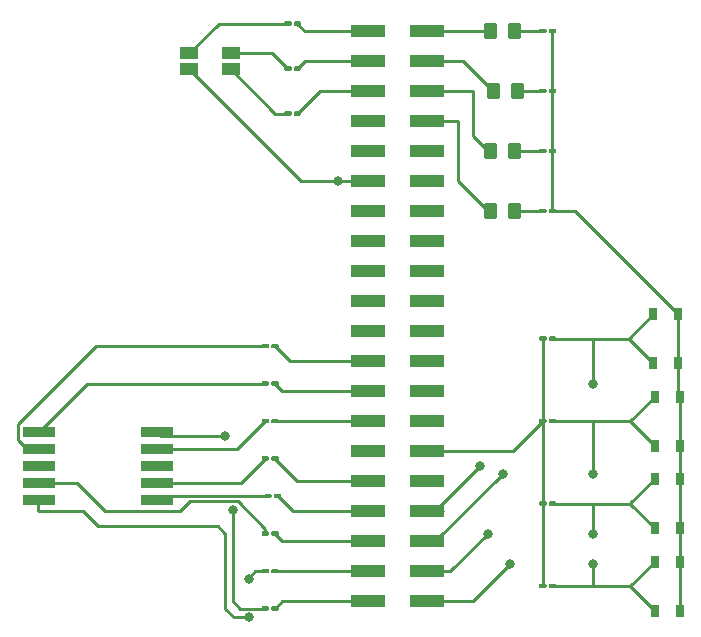
<source format=gbr>
%TF.GenerationSoftware,KiCad,Pcbnew,(5.1.9)-1*%
%TF.CreationDate,2021-01-13T23:08:58-08:00*%
%TF.ProjectId,lab-1,6c61622d-312e-46b6-9963-61645f706362,rev?*%
%TF.SameCoordinates,Original*%
%TF.FileFunction,Copper,L1,Top*%
%TF.FilePolarity,Positive*%
%FSLAX46Y46*%
G04 Gerber Fmt 4.6, Leading zero omitted, Abs format (unit mm)*
G04 Created by KiCad (PCBNEW (5.1.9)-1) date 2021-01-13 23:08:58*
%MOMM*%
%LPD*%
G01*
G04 APERTURE LIST*
%TA.AperFunction,SMDPad,CuDef*%
%ADD10R,1.500000X1.000000*%
%TD*%
%TA.AperFunction,SMDPad,CuDef*%
%ADD11R,3.000000X1.000000*%
%TD*%
%TA.AperFunction,SMDPad,CuDef*%
%ADD12R,0.650000X1.050000*%
%TD*%
%TA.AperFunction,SMDPad,CuDef*%
%ADD13R,2.800000X0.900000*%
%TD*%
%TA.AperFunction,ViaPad*%
%ADD14C,0.800000*%
%TD*%
%TA.AperFunction,Conductor*%
%ADD15C,0.250000*%
%TD*%
G04 APERTURE END LIST*
%TO.P,D1,2*%
%TO.N,Net-(D1-Pad2)*%
%TA.AperFunction,SMDPad,CuDef*%
G36*
G01*
X117660000Y-78289999D02*
X117660000Y-79190001D01*
G75*
G02*
X117410001Y-79440000I-249999J0D01*
G01*
X116759999Y-79440000D01*
G75*
G02*
X116510000Y-79190001I0J249999D01*
G01*
X116510000Y-78289999D01*
G75*
G02*
X116759999Y-78040000I249999J0D01*
G01*
X117410001Y-78040000D01*
G75*
G02*
X117660000Y-78289999I0J-249999D01*
G01*
G37*
%TD.AperFunction*%
%TO.P,D1,1*%
%TO.N,Net-(D1-Pad1)*%
%TA.AperFunction,SMDPad,CuDef*%
G36*
G01*
X119710000Y-78289999D02*
X119710000Y-79190001D01*
G75*
G02*
X119460001Y-79440000I-249999J0D01*
G01*
X118809999Y-79440000D01*
G75*
G02*
X118560000Y-79190001I0J249999D01*
G01*
X118560000Y-78289999D01*
G75*
G02*
X118809999Y-78040000I249999J0D01*
G01*
X119460001Y-78040000D01*
G75*
G02*
X119710000Y-78289999I0J-249999D01*
G01*
G37*
%TD.AperFunction*%
%TD*%
%TO.P,D2,1*%
%TO.N,Net-(D2-Pad1)*%
%TA.AperFunction,SMDPad,CuDef*%
G36*
G01*
X119955000Y-83369999D02*
X119955000Y-84270001D01*
G75*
G02*
X119705001Y-84520000I-249999J0D01*
G01*
X119054999Y-84520000D01*
G75*
G02*
X118805000Y-84270001I0J249999D01*
G01*
X118805000Y-83369999D01*
G75*
G02*
X119054999Y-83120000I249999J0D01*
G01*
X119705001Y-83120000D01*
G75*
G02*
X119955000Y-83369999I0J-249999D01*
G01*
G37*
%TD.AperFunction*%
%TO.P,D2,2*%
%TO.N,Net-(D2-Pad2)*%
%TA.AperFunction,SMDPad,CuDef*%
G36*
G01*
X117905000Y-83369999D02*
X117905000Y-84270001D01*
G75*
G02*
X117655001Y-84520000I-249999J0D01*
G01*
X117004999Y-84520000D01*
G75*
G02*
X116755000Y-84270001I0J249999D01*
G01*
X116755000Y-83369999D01*
G75*
G02*
X117004999Y-83120000I249999J0D01*
G01*
X117655001Y-83120000D01*
G75*
G02*
X117905000Y-83369999I0J-249999D01*
G01*
G37*
%TD.AperFunction*%
%TD*%
%TO.P,D3,2*%
%TO.N,Net-(D3-Pad2)*%
%TA.AperFunction,SMDPad,CuDef*%
G36*
G01*
X117660000Y-88449999D02*
X117660000Y-89350001D01*
G75*
G02*
X117410001Y-89600000I-249999J0D01*
G01*
X116759999Y-89600000D01*
G75*
G02*
X116510000Y-89350001I0J249999D01*
G01*
X116510000Y-88449999D01*
G75*
G02*
X116759999Y-88200000I249999J0D01*
G01*
X117410001Y-88200000D01*
G75*
G02*
X117660000Y-88449999I0J-249999D01*
G01*
G37*
%TD.AperFunction*%
%TO.P,D3,1*%
%TO.N,Net-(D3-Pad1)*%
%TA.AperFunction,SMDPad,CuDef*%
G36*
G01*
X119710000Y-88449999D02*
X119710000Y-89350001D01*
G75*
G02*
X119460001Y-89600000I-249999J0D01*
G01*
X118809999Y-89600000D01*
G75*
G02*
X118560000Y-89350001I0J249999D01*
G01*
X118560000Y-88449999D01*
G75*
G02*
X118809999Y-88200000I249999J0D01*
G01*
X119460001Y-88200000D01*
G75*
G02*
X119710000Y-88449999I0J-249999D01*
G01*
G37*
%TD.AperFunction*%
%TD*%
%TO.P,D4,1*%
%TO.N,Net-(D4-Pad1)*%
%TA.AperFunction,SMDPad,CuDef*%
G36*
G01*
X119710000Y-93529999D02*
X119710000Y-94430001D01*
G75*
G02*
X119460001Y-94680000I-249999J0D01*
G01*
X118809999Y-94680000D01*
G75*
G02*
X118560000Y-94430001I0J249999D01*
G01*
X118560000Y-93529999D01*
G75*
G02*
X118809999Y-93280000I249999J0D01*
G01*
X119460001Y-93280000D01*
G75*
G02*
X119710000Y-93529999I0J-249999D01*
G01*
G37*
%TD.AperFunction*%
%TO.P,D4,2*%
%TO.N,Net-(D4-Pad2)*%
%TA.AperFunction,SMDPad,CuDef*%
G36*
G01*
X117660000Y-93529999D02*
X117660000Y-94430001D01*
G75*
G02*
X117410001Y-94680000I-249999J0D01*
G01*
X116759999Y-94680000D01*
G75*
G02*
X116510000Y-94430001I0J249999D01*
G01*
X116510000Y-93529999D01*
G75*
G02*
X116759999Y-93280000I249999J0D01*
G01*
X117410001Y-93280000D01*
G75*
G02*
X117660000Y-93529999I0J-249999D01*
G01*
G37*
%TD.AperFunction*%
%TD*%
D10*
%TO.P,D5,1*%
%TO.N,Net-(D5-Pad1)*%
X95095000Y-81980000D03*
%TO.P,D5,2*%
%TO.N,Net-(D5-Pad2)*%
X95095000Y-80580000D03*
%TO.P,D5,4*%
%TO.N,GND*%
X91595000Y-81980000D03*
%TO.P,D5,3*%
%TO.N,Net-(D5-Pad3)*%
X91595000Y-80580000D03*
%TD*%
D11*
%TO.P,J1,1*%
%TO.N,Net-(D1-Pad2)*%
X111740000Y-78740000D03*
%TO.P,J1,2*%
%TO.N,Net-(J1-Pad2)*%
X106700000Y-78740000D03*
%TO.P,J1,3*%
%TO.N,Net-(D2-Pad2)*%
X111740000Y-81280000D03*
%TO.P,J1,4*%
%TO.N,Net-(J1-Pad4)*%
X106700000Y-81280000D03*
%TO.P,J1,5*%
%TO.N,Net-(D3-Pad2)*%
X111740000Y-83820000D03*
%TO.P,J1,6*%
%TO.N,Net-(J1-Pad6)*%
X106700000Y-83820000D03*
%TO.P,J1,7*%
%TO.N,Net-(D4-Pad2)*%
X111740000Y-86360000D03*
%TO.P,J1,8*%
%TO.N,Net-(J1-Pad8)*%
X106700000Y-86360000D03*
%TO.P,J1,9*%
%TO.N,Net-(J1-Pad9)*%
X111740000Y-88900000D03*
%TO.P,J1,10*%
%TO.N,Net-(J1-Pad10)*%
X106700000Y-88900000D03*
%TO.P,J1,11*%
%TO.N,Net-(J1-Pad11)*%
X111740000Y-91440000D03*
%TO.P,J1,12*%
%TO.N,GND*%
X106700000Y-91440000D03*
%TO.P,J1,13*%
%TO.N,Net-(J1-Pad13)*%
X111740000Y-93980000D03*
%TO.P,J1,14*%
%TO.N,Net-(J1-Pad14)*%
X106700000Y-93980000D03*
%TO.P,J1,15*%
%TO.N,Net-(J1-Pad15)*%
X111740000Y-96520000D03*
%TO.P,J1,16*%
%TO.N,Net-(J1-Pad16)*%
X106700000Y-96520000D03*
%TO.P,J1,17*%
%TO.N,Net-(J1-Pad17)*%
X111740000Y-99060000D03*
%TO.P,J1,18*%
%TO.N,Net-(J1-Pad18)*%
X106700000Y-99060000D03*
%TO.P,J1,19*%
%TO.N,Net-(J1-Pad19)*%
X111740000Y-101600000D03*
%TO.P,J1,20*%
%TO.N,Net-(J1-Pad20)*%
X106700000Y-101600000D03*
%TO.P,J1,21*%
%TO.N,Net-(J1-Pad21)*%
X111740000Y-104140000D03*
%TO.P,J1,22*%
%TO.N,Net-(J1-Pad22)*%
X106700000Y-104140000D03*
%TO.P,J1,23*%
%TO.N,Net-(J1-Pad23)*%
X111740000Y-106680000D03*
%TO.P,J1,24*%
%TO.N,Net-(J1-Pad24)*%
X106700000Y-106680000D03*
%TO.P,J1,25*%
%TO.N,Net-(J1-Pad25)*%
X111740000Y-109220000D03*
%TO.P,J1,26*%
%TO.N,Net-(J1-Pad26)*%
X106700000Y-109220000D03*
%TO.P,J1,27*%
%TO.N,Net-(J1-Pad27)*%
X111740000Y-111760000D03*
%TO.P,J1,28*%
%TO.N,Net-(J1-Pad28)*%
X106700000Y-111760000D03*
%TO.P,J1,29*%
%TO.N,+3V3*%
X111740000Y-114300000D03*
%TO.P,J1,30*%
%TO.N,GND*%
X106700000Y-114300000D03*
%TO.P,J1,31*%
%TO.N,Net-(J1-Pad31)*%
X111740000Y-116840000D03*
%TO.P,J1,32*%
%TO.N,Net-(J1-Pad32)*%
X106700000Y-116840000D03*
%TO.P,J1,33*%
%TO.N,Net-(J1-Pad33)*%
X111740000Y-119380000D03*
%TO.P,J1,34*%
%TO.N,Net-(J1-Pad34)*%
X106700000Y-119380000D03*
%TO.P,J1,35*%
%TO.N,Net-(J1-Pad35)*%
X111740000Y-121920000D03*
%TO.P,J1,36*%
%TO.N,Net-(J1-Pad36)*%
X106700000Y-121920000D03*
%TO.P,J1,37*%
%TO.N,Net-(J1-Pad37)*%
X111740000Y-124460000D03*
%TO.P,J1,38*%
%TO.N,Net-(J1-Pad38)*%
X106700000Y-124460000D03*
%TO.P,J1,39*%
%TO.N,Net-(J1-Pad39)*%
X111740000Y-127000000D03*
%TO.P,J1,40*%
%TO.N,Net-(J1-Pad40)*%
X106700000Y-127000000D03*
%TD*%
%TO.P,R1,1*%
%TO.N,Net-(D1-Pad1)*%
%TA.AperFunction,SMDPad,CuDef*%
G36*
G01*
X121195000Y-78840000D02*
X121195000Y-78640000D01*
G75*
G02*
X121295000Y-78540000I100000J0D01*
G01*
X121730000Y-78540000D01*
G75*
G02*
X121830000Y-78640000I0J-100000D01*
G01*
X121830000Y-78840000D01*
G75*
G02*
X121730000Y-78940000I-100000J0D01*
G01*
X121295000Y-78940000D01*
G75*
G02*
X121195000Y-78840000I0J100000D01*
G01*
G37*
%TD.AperFunction*%
%TO.P,R1,2*%
%TO.N,GND*%
%TA.AperFunction,SMDPad,CuDef*%
G36*
G01*
X122010000Y-78840000D02*
X122010000Y-78640000D01*
G75*
G02*
X122110000Y-78540000I100000J0D01*
G01*
X122545000Y-78540000D01*
G75*
G02*
X122645000Y-78640000I0J-100000D01*
G01*
X122645000Y-78840000D01*
G75*
G02*
X122545000Y-78940000I-100000J0D01*
G01*
X122110000Y-78940000D01*
G75*
G02*
X122010000Y-78840000I0J100000D01*
G01*
G37*
%TD.AperFunction*%
%TD*%
%TO.P,R2,2*%
%TO.N,GND*%
%TA.AperFunction,SMDPad,CuDef*%
G36*
G01*
X122010000Y-83920000D02*
X122010000Y-83720000D01*
G75*
G02*
X122110000Y-83620000I100000J0D01*
G01*
X122545000Y-83620000D01*
G75*
G02*
X122645000Y-83720000I0J-100000D01*
G01*
X122645000Y-83920000D01*
G75*
G02*
X122545000Y-84020000I-100000J0D01*
G01*
X122110000Y-84020000D01*
G75*
G02*
X122010000Y-83920000I0J100000D01*
G01*
G37*
%TD.AperFunction*%
%TO.P,R2,1*%
%TO.N,Net-(D2-Pad1)*%
%TA.AperFunction,SMDPad,CuDef*%
G36*
G01*
X121195000Y-83920000D02*
X121195000Y-83720000D01*
G75*
G02*
X121295000Y-83620000I100000J0D01*
G01*
X121730000Y-83620000D01*
G75*
G02*
X121830000Y-83720000I0J-100000D01*
G01*
X121830000Y-83920000D01*
G75*
G02*
X121730000Y-84020000I-100000J0D01*
G01*
X121295000Y-84020000D01*
G75*
G02*
X121195000Y-83920000I0J100000D01*
G01*
G37*
%TD.AperFunction*%
%TD*%
%TO.P,R3,1*%
%TO.N,Net-(D3-Pad1)*%
%TA.AperFunction,SMDPad,CuDef*%
G36*
G01*
X121195000Y-89000000D02*
X121195000Y-88800000D01*
G75*
G02*
X121295000Y-88700000I100000J0D01*
G01*
X121730000Y-88700000D01*
G75*
G02*
X121830000Y-88800000I0J-100000D01*
G01*
X121830000Y-89000000D01*
G75*
G02*
X121730000Y-89100000I-100000J0D01*
G01*
X121295000Y-89100000D01*
G75*
G02*
X121195000Y-89000000I0J100000D01*
G01*
G37*
%TD.AperFunction*%
%TO.P,R3,2*%
%TO.N,GND*%
%TA.AperFunction,SMDPad,CuDef*%
G36*
G01*
X122010000Y-89000000D02*
X122010000Y-88800000D01*
G75*
G02*
X122110000Y-88700000I100000J0D01*
G01*
X122545000Y-88700000D01*
G75*
G02*
X122645000Y-88800000I0J-100000D01*
G01*
X122645000Y-89000000D01*
G75*
G02*
X122545000Y-89100000I-100000J0D01*
G01*
X122110000Y-89100000D01*
G75*
G02*
X122010000Y-89000000I0J100000D01*
G01*
G37*
%TD.AperFunction*%
%TD*%
%TO.P,R4,2*%
%TO.N,GND*%
%TA.AperFunction,SMDPad,CuDef*%
G36*
G01*
X122010000Y-94080000D02*
X122010000Y-93880000D01*
G75*
G02*
X122110000Y-93780000I100000J0D01*
G01*
X122545000Y-93780000D01*
G75*
G02*
X122645000Y-93880000I0J-100000D01*
G01*
X122645000Y-94080000D01*
G75*
G02*
X122545000Y-94180000I-100000J0D01*
G01*
X122110000Y-94180000D01*
G75*
G02*
X122010000Y-94080000I0J100000D01*
G01*
G37*
%TD.AperFunction*%
%TO.P,R4,1*%
%TO.N,Net-(D4-Pad1)*%
%TA.AperFunction,SMDPad,CuDef*%
G36*
G01*
X121195000Y-94080000D02*
X121195000Y-93880000D01*
G75*
G02*
X121295000Y-93780000I100000J0D01*
G01*
X121730000Y-93780000D01*
G75*
G02*
X121830000Y-93880000I0J-100000D01*
G01*
X121830000Y-94080000D01*
G75*
G02*
X121730000Y-94180000I-100000J0D01*
G01*
X121295000Y-94180000D01*
G75*
G02*
X121195000Y-94080000I0J100000D01*
G01*
G37*
%TD.AperFunction*%
%TD*%
%TO.P,R5,1*%
%TO.N,Net-(D5-Pad3)*%
%TA.AperFunction,SMDPad,CuDef*%
G36*
G01*
X99605000Y-78205000D02*
X99605000Y-78005000D01*
G75*
G02*
X99705000Y-77905000I100000J0D01*
G01*
X100140000Y-77905000D01*
G75*
G02*
X100240000Y-78005000I0J-100000D01*
G01*
X100240000Y-78205000D01*
G75*
G02*
X100140000Y-78305000I-100000J0D01*
G01*
X99705000Y-78305000D01*
G75*
G02*
X99605000Y-78205000I0J100000D01*
G01*
G37*
%TD.AperFunction*%
%TO.P,R5,2*%
%TO.N,Net-(J1-Pad2)*%
%TA.AperFunction,SMDPad,CuDef*%
G36*
G01*
X100420000Y-78205000D02*
X100420000Y-78005000D01*
G75*
G02*
X100520000Y-77905000I100000J0D01*
G01*
X100955000Y-77905000D01*
G75*
G02*
X101055000Y-78005000I0J-100000D01*
G01*
X101055000Y-78205000D01*
G75*
G02*
X100955000Y-78305000I-100000J0D01*
G01*
X100520000Y-78305000D01*
G75*
G02*
X100420000Y-78205000I0J100000D01*
G01*
G37*
%TD.AperFunction*%
%TD*%
%TO.P,R6,1*%
%TO.N,Net-(D5-Pad2)*%
%TA.AperFunction,SMDPad,CuDef*%
G36*
G01*
X99605000Y-82015000D02*
X99605000Y-81815000D01*
G75*
G02*
X99705000Y-81715000I100000J0D01*
G01*
X100140000Y-81715000D01*
G75*
G02*
X100240000Y-81815000I0J-100000D01*
G01*
X100240000Y-82015000D01*
G75*
G02*
X100140000Y-82115000I-100000J0D01*
G01*
X99705000Y-82115000D01*
G75*
G02*
X99605000Y-82015000I0J100000D01*
G01*
G37*
%TD.AperFunction*%
%TO.P,R6,2*%
%TO.N,Net-(J1-Pad4)*%
%TA.AperFunction,SMDPad,CuDef*%
G36*
G01*
X100420000Y-82015000D02*
X100420000Y-81815000D01*
G75*
G02*
X100520000Y-81715000I100000J0D01*
G01*
X100955000Y-81715000D01*
G75*
G02*
X101055000Y-81815000I0J-100000D01*
G01*
X101055000Y-82015000D01*
G75*
G02*
X100955000Y-82115000I-100000J0D01*
G01*
X100520000Y-82115000D01*
G75*
G02*
X100420000Y-82015000I0J100000D01*
G01*
G37*
%TD.AperFunction*%
%TD*%
%TO.P,R7,2*%
%TO.N,Net-(J1-Pad6)*%
%TA.AperFunction,SMDPad,CuDef*%
G36*
G01*
X100420000Y-85825000D02*
X100420000Y-85625000D01*
G75*
G02*
X100520000Y-85525000I100000J0D01*
G01*
X100955000Y-85525000D01*
G75*
G02*
X101055000Y-85625000I0J-100000D01*
G01*
X101055000Y-85825000D01*
G75*
G02*
X100955000Y-85925000I-100000J0D01*
G01*
X100520000Y-85925000D01*
G75*
G02*
X100420000Y-85825000I0J100000D01*
G01*
G37*
%TD.AperFunction*%
%TO.P,R7,1*%
%TO.N,Net-(D5-Pad1)*%
%TA.AperFunction,SMDPad,CuDef*%
G36*
G01*
X99605000Y-85825000D02*
X99605000Y-85625000D01*
G75*
G02*
X99705000Y-85525000I100000J0D01*
G01*
X100140000Y-85525000D01*
G75*
G02*
X100240000Y-85625000I0J-100000D01*
G01*
X100240000Y-85825000D01*
G75*
G02*
X100140000Y-85925000I-100000J0D01*
G01*
X99705000Y-85925000D01*
G75*
G02*
X99605000Y-85825000I0J100000D01*
G01*
G37*
%TD.AperFunction*%
%TD*%
%TO.P,R8,2*%
%TO.N,Net-(J1-Pad24)*%
%TA.AperFunction,SMDPad,CuDef*%
G36*
G01*
X98515000Y-105510000D02*
X98515000Y-105310000D01*
G75*
G02*
X98615000Y-105210000I100000J0D01*
G01*
X99050000Y-105210000D01*
G75*
G02*
X99150000Y-105310000I0J-100000D01*
G01*
X99150000Y-105510000D01*
G75*
G02*
X99050000Y-105610000I-100000J0D01*
G01*
X98615000Y-105610000D01*
G75*
G02*
X98515000Y-105510000I0J100000D01*
G01*
G37*
%TD.AperFunction*%
%TO.P,R8,1*%
%TO.N,Net-(R8-Pad1)*%
%TA.AperFunction,SMDPad,CuDef*%
G36*
G01*
X97700000Y-105510000D02*
X97700000Y-105310000D01*
G75*
G02*
X97800000Y-105210000I100000J0D01*
G01*
X98235000Y-105210000D01*
G75*
G02*
X98335000Y-105310000I0J-100000D01*
G01*
X98335000Y-105510000D01*
G75*
G02*
X98235000Y-105610000I-100000J0D01*
G01*
X97800000Y-105610000D01*
G75*
G02*
X97700000Y-105510000I0J100000D01*
G01*
G37*
%TD.AperFunction*%
%TD*%
%TO.P,R9,2*%
%TO.N,Net-(J1-Pad26)*%
%TA.AperFunction,SMDPad,CuDef*%
G36*
G01*
X98515000Y-108685000D02*
X98515000Y-108485000D01*
G75*
G02*
X98615000Y-108385000I100000J0D01*
G01*
X99050000Y-108385000D01*
G75*
G02*
X99150000Y-108485000I0J-100000D01*
G01*
X99150000Y-108685000D01*
G75*
G02*
X99050000Y-108785000I-100000J0D01*
G01*
X98615000Y-108785000D01*
G75*
G02*
X98515000Y-108685000I0J100000D01*
G01*
G37*
%TD.AperFunction*%
%TO.P,R9,1*%
%TO.N,Net-(R9-Pad1)*%
%TA.AperFunction,SMDPad,CuDef*%
G36*
G01*
X97700000Y-108685000D02*
X97700000Y-108485000D01*
G75*
G02*
X97800000Y-108385000I100000J0D01*
G01*
X98235000Y-108385000D01*
G75*
G02*
X98335000Y-108485000I0J-100000D01*
G01*
X98335000Y-108685000D01*
G75*
G02*
X98235000Y-108785000I-100000J0D01*
G01*
X97800000Y-108785000D01*
G75*
G02*
X97700000Y-108685000I0J100000D01*
G01*
G37*
%TD.AperFunction*%
%TD*%
%TO.P,R10,1*%
%TO.N,Net-(R10-Pad1)*%
%TA.AperFunction,SMDPad,CuDef*%
G36*
G01*
X97700000Y-111860000D02*
X97700000Y-111660000D01*
G75*
G02*
X97800000Y-111560000I100000J0D01*
G01*
X98235000Y-111560000D01*
G75*
G02*
X98335000Y-111660000I0J-100000D01*
G01*
X98335000Y-111860000D01*
G75*
G02*
X98235000Y-111960000I-100000J0D01*
G01*
X97800000Y-111960000D01*
G75*
G02*
X97700000Y-111860000I0J100000D01*
G01*
G37*
%TD.AperFunction*%
%TO.P,R10,2*%
%TO.N,Net-(J1-Pad28)*%
%TA.AperFunction,SMDPad,CuDef*%
G36*
G01*
X98515000Y-111860000D02*
X98515000Y-111660000D01*
G75*
G02*
X98615000Y-111560000I100000J0D01*
G01*
X99050000Y-111560000D01*
G75*
G02*
X99150000Y-111660000I0J-100000D01*
G01*
X99150000Y-111860000D01*
G75*
G02*
X99050000Y-111960000I-100000J0D01*
G01*
X98615000Y-111960000D01*
G75*
G02*
X98515000Y-111860000I0J100000D01*
G01*
G37*
%TD.AperFunction*%
%TD*%
%TO.P,R11,1*%
%TO.N,Net-(R11-Pad1)*%
%TA.AperFunction,SMDPad,CuDef*%
G36*
G01*
X97700000Y-115035000D02*
X97700000Y-114835000D01*
G75*
G02*
X97800000Y-114735000I100000J0D01*
G01*
X98235000Y-114735000D01*
G75*
G02*
X98335000Y-114835000I0J-100000D01*
G01*
X98335000Y-115035000D01*
G75*
G02*
X98235000Y-115135000I-100000J0D01*
G01*
X97800000Y-115135000D01*
G75*
G02*
X97700000Y-115035000I0J100000D01*
G01*
G37*
%TD.AperFunction*%
%TO.P,R11,2*%
%TO.N,Net-(J1-Pad32)*%
%TA.AperFunction,SMDPad,CuDef*%
G36*
G01*
X98515000Y-115035000D02*
X98515000Y-114835000D01*
G75*
G02*
X98615000Y-114735000I100000J0D01*
G01*
X99050000Y-114735000D01*
G75*
G02*
X99150000Y-114835000I0J-100000D01*
G01*
X99150000Y-115035000D01*
G75*
G02*
X99050000Y-115135000I-100000J0D01*
G01*
X98615000Y-115135000D01*
G75*
G02*
X98515000Y-115035000I0J100000D01*
G01*
G37*
%TD.AperFunction*%
%TD*%
%TO.P,R12,2*%
%TO.N,Net-(J1-Pad34)*%
%TA.AperFunction,SMDPad,CuDef*%
G36*
G01*
X98742500Y-118210000D02*
X98742500Y-118010000D01*
G75*
G02*
X98842500Y-117910000I100000J0D01*
G01*
X99277500Y-117910000D01*
G75*
G02*
X99377500Y-118010000I0J-100000D01*
G01*
X99377500Y-118210000D01*
G75*
G02*
X99277500Y-118310000I-100000J0D01*
G01*
X98842500Y-118310000D01*
G75*
G02*
X98742500Y-118210000I0J100000D01*
G01*
G37*
%TD.AperFunction*%
%TO.P,R12,1*%
%TO.N,Net-(R12-Pad1)*%
%TA.AperFunction,SMDPad,CuDef*%
G36*
G01*
X97927500Y-118210000D02*
X97927500Y-118010000D01*
G75*
G02*
X98027500Y-117910000I100000J0D01*
G01*
X98462500Y-117910000D01*
G75*
G02*
X98562500Y-118010000I0J-100000D01*
G01*
X98562500Y-118210000D01*
G75*
G02*
X98462500Y-118310000I-100000J0D01*
G01*
X98027500Y-118310000D01*
G75*
G02*
X97927500Y-118210000I0J100000D01*
G01*
G37*
%TD.AperFunction*%
%TD*%
%TO.P,R13,1*%
%TO.N,Net-(R13-Pad1)*%
%TA.AperFunction,SMDPad,CuDef*%
G36*
G01*
X97700000Y-121385000D02*
X97700000Y-121185000D01*
G75*
G02*
X97800000Y-121085000I100000J0D01*
G01*
X98235000Y-121085000D01*
G75*
G02*
X98335000Y-121185000I0J-100000D01*
G01*
X98335000Y-121385000D01*
G75*
G02*
X98235000Y-121485000I-100000J0D01*
G01*
X97800000Y-121485000D01*
G75*
G02*
X97700000Y-121385000I0J100000D01*
G01*
G37*
%TD.AperFunction*%
%TO.P,R13,2*%
%TO.N,Net-(J1-Pad36)*%
%TA.AperFunction,SMDPad,CuDef*%
G36*
G01*
X98515000Y-121385000D02*
X98515000Y-121185000D01*
G75*
G02*
X98615000Y-121085000I100000J0D01*
G01*
X99050000Y-121085000D01*
G75*
G02*
X99150000Y-121185000I0J-100000D01*
G01*
X99150000Y-121385000D01*
G75*
G02*
X99050000Y-121485000I-100000J0D01*
G01*
X98615000Y-121485000D01*
G75*
G02*
X98515000Y-121385000I0J100000D01*
G01*
G37*
%TD.AperFunction*%
%TD*%
%TO.P,R14,2*%
%TO.N,Net-(J1-Pad38)*%
%TA.AperFunction,SMDPad,CuDef*%
G36*
G01*
X98515000Y-124560000D02*
X98515000Y-124360000D01*
G75*
G02*
X98615000Y-124260000I100000J0D01*
G01*
X99050000Y-124260000D01*
G75*
G02*
X99150000Y-124360000I0J-100000D01*
G01*
X99150000Y-124560000D01*
G75*
G02*
X99050000Y-124660000I-100000J0D01*
G01*
X98615000Y-124660000D01*
G75*
G02*
X98515000Y-124560000I0J100000D01*
G01*
G37*
%TD.AperFunction*%
%TO.P,R14,1*%
%TO.N,Net-(R14-Pad1)*%
%TA.AperFunction,SMDPad,CuDef*%
G36*
G01*
X97700000Y-124560000D02*
X97700000Y-124360000D01*
G75*
G02*
X97800000Y-124260000I100000J0D01*
G01*
X98235000Y-124260000D01*
G75*
G02*
X98335000Y-124360000I0J-100000D01*
G01*
X98335000Y-124560000D01*
G75*
G02*
X98235000Y-124660000I-100000J0D01*
G01*
X97800000Y-124660000D01*
G75*
G02*
X97700000Y-124560000I0J100000D01*
G01*
G37*
%TD.AperFunction*%
%TD*%
%TO.P,R15,1*%
%TO.N,Net-(R15-Pad1)*%
%TA.AperFunction,SMDPad,CuDef*%
G36*
G01*
X97700000Y-127735000D02*
X97700000Y-127535000D01*
G75*
G02*
X97800000Y-127435000I100000J0D01*
G01*
X98235000Y-127435000D01*
G75*
G02*
X98335000Y-127535000I0J-100000D01*
G01*
X98335000Y-127735000D01*
G75*
G02*
X98235000Y-127835000I-100000J0D01*
G01*
X97800000Y-127835000D01*
G75*
G02*
X97700000Y-127735000I0J100000D01*
G01*
G37*
%TD.AperFunction*%
%TO.P,R15,2*%
%TO.N,Net-(J1-Pad40)*%
%TA.AperFunction,SMDPad,CuDef*%
G36*
G01*
X98515000Y-127735000D02*
X98515000Y-127535000D01*
G75*
G02*
X98615000Y-127435000I100000J0D01*
G01*
X99050000Y-127435000D01*
G75*
G02*
X99150000Y-127535000I0J-100000D01*
G01*
X99150000Y-127735000D01*
G75*
G02*
X99050000Y-127835000I-100000J0D01*
G01*
X98615000Y-127835000D01*
G75*
G02*
X98515000Y-127735000I0J100000D01*
G01*
G37*
%TD.AperFunction*%
%TD*%
%TO.P,R16,1*%
%TO.N,Net-(J1-Pad33)*%
%TA.AperFunction,SMDPad,CuDef*%
G36*
G01*
X122645000Y-104675000D02*
X122645000Y-104875000D01*
G75*
G02*
X122545000Y-104975000I-100000J0D01*
G01*
X122110000Y-104975000D01*
G75*
G02*
X122010000Y-104875000I0J100000D01*
G01*
X122010000Y-104675000D01*
G75*
G02*
X122110000Y-104575000I100000J0D01*
G01*
X122545000Y-104575000D01*
G75*
G02*
X122645000Y-104675000I0J-100000D01*
G01*
G37*
%TD.AperFunction*%
%TO.P,R16,2*%
%TO.N,+3V3*%
%TA.AperFunction,SMDPad,CuDef*%
G36*
G01*
X121830000Y-104675000D02*
X121830000Y-104875000D01*
G75*
G02*
X121730000Y-104975000I-100000J0D01*
G01*
X121295000Y-104975000D01*
G75*
G02*
X121195000Y-104875000I0J100000D01*
G01*
X121195000Y-104675000D01*
G75*
G02*
X121295000Y-104575000I100000J0D01*
G01*
X121730000Y-104575000D01*
G75*
G02*
X121830000Y-104675000I0J-100000D01*
G01*
G37*
%TD.AperFunction*%
%TD*%
%TO.P,R17,2*%
%TO.N,+3V3*%
%TA.AperFunction,SMDPad,CuDef*%
G36*
G01*
X121830000Y-111660000D02*
X121830000Y-111860000D01*
G75*
G02*
X121730000Y-111960000I-100000J0D01*
G01*
X121295000Y-111960000D01*
G75*
G02*
X121195000Y-111860000I0J100000D01*
G01*
X121195000Y-111660000D01*
G75*
G02*
X121295000Y-111560000I100000J0D01*
G01*
X121730000Y-111560000D01*
G75*
G02*
X121830000Y-111660000I0J-100000D01*
G01*
G37*
%TD.AperFunction*%
%TO.P,R17,1*%
%TO.N,Net-(J1-Pad35)*%
%TA.AperFunction,SMDPad,CuDef*%
G36*
G01*
X122645000Y-111660000D02*
X122645000Y-111860000D01*
G75*
G02*
X122545000Y-111960000I-100000J0D01*
G01*
X122110000Y-111960000D01*
G75*
G02*
X122010000Y-111860000I0J100000D01*
G01*
X122010000Y-111660000D01*
G75*
G02*
X122110000Y-111560000I100000J0D01*
G01*
X122545000Y-111560000D01*
G75*
G02*
X122645000Y-111660000I0J-100000D01*
G01*
G37*
%TD.AperFunction*%
%TD*%
%TO.P,R18,1*%
%TO.N,Net-(J1-Pad37)*%
%TA.AperFunction,SMDPad,CuDef*%
G36*
G01*
X122645000Y-118645000D02*
X122645000Y-118845000D01*
G75*
G02*
X122545000Y-118945000I-100000J0D01*
G01*
X122110000Y-118945000D01*
G75*
G02*
X122010000Y-118845000I0J100000D01*
G01*
X122010000Y-118645000D01*
G75*
G02*
X122110000Y-118545000I100000J0D01*
G01*
X122545000Y-118545000D01*
G75*
G02*
X122645000Y-118645000I0J-100000D01*
G01*
G37*
%TD.AperFunction*%
%TO.P,R18,2*%
%TO.N,+3V3*%
%TA.AperFunction,SMDPad,CuDef*%
G36*
G01*
X121830000Y-118645000D02*
X121830000Y-118845000D01*
G75*
G02*
X121730000Y-118945000I-100000J0D01*
G01*
X121295000Y-118945000D01*
G75*
G02*
X121195000Y-118845000I0J100000D01*
G01*
X121195000Y-118645000D01*
G75*
G02*
X121295000Y-118545000I100000J0D01*
G01*
X121730000Y-118545000D01*
G75*
G02*
X121830000Y-118645000I0J-100000D01*
G01*
G37*
%TD.AperFunction*%
%TD*%
%TO.P,R19,2*%
%TO.N,+3V3*%
%TA.AperFunction,SMDPad,CuDef*%
G36*
G01*
X121830000Y-125630000D02*
X121830000Y-125830000D01*
G75*
G02*
X121730000Y-125930000I-100000J0D01*
G01*
X121295000Y-125930000D01*
G75*
G02*
X121195000Y-125830000I0J100000D01*
G01*
X121195000Y-125630000D01*
G75*
G02*
X121295000Y-125530000I100000J0D01*
G01*
X121730000Y-125530000D01*
G75*
G02*
X121830000Y-125630000I0J-100000D01*
G01*
G37*
%TD.AperFunction*%
%TO.P,R19,1*%
%TO.N,Net-(J1-Pad39)*%
%TA.AperFunction,SMDPad,CuDef*%
G36*
G01*
X122645000Y-125630000D02*
X122645000Y-125830000D01*
G75*
G02*
X122545000Y-125930000I-100000J0D01*
G01*
X122110000Y-125930000D01*
G75*
G02*
X122010000Y-125830000I0J100000D01*
G01*
X122010000Y-125630000D01*
G75*
G02*
X122110000Y-125530000I100000J0D01*
G01*
X122545000Y-125530000D01*
G75*
G02*
X122645000Y-125630000I0J-100000D01*
G01*
G37*
%TD.AperFunction*%
%TD*%
D12*
%TO.P,SW1,1*%
%TO.N,GND*%
X132970001Y-102670001D03*
X132970001Y-106820001D03*
%TO.P,SW1,2*%
%TO.N,Net-(J1-Pad33)*%
X130820001Y-102670001D03*
X130820001Y-106820001D03*
%TD*%
%TO.P,SW2,2*%
%TO.N,Net-(J1-Pad35)*%
X131005000Y-113835000D03*
X131005000Y-109685000D03*
%TO.P,SW2,1*%
%TO.N,GND*%
X133155000Y-113835000D03*
X133155000Y-109685000D03*
%TD*%
%TO.P,SW3,1*%
%TO.N,GND*%
X133155000Y-116670000D03*
X133155000Y-120820000D03*
%TO.P,SW3,2*%
%TO.N,Net-(J1-Pad37)*%
X131005000Y-116670000D03*
X131005000Y-120820000D03*
%TD*%
%TO.P,SW4,2*%
%TO.N,Net-(J1-Pad39)*%
X131005000Y-127805000D03*
X131005000Y-123655000D03*
%TO.P,SW4,1*%
%TO.N,GND*%
X133155000Y-127805000D03*
X133155000Y-123655000D03*
%TD*%
D13*
%TO.P,U1,1*%
%TO.N,Net-(R12-Pad1)*%
X88820000Y-118450000D03*
%TO.P,U1,2*%
%TO.N,Net-(R11-Pad1)*%
X88820000Y-117010000D03*
%TO.P,U1,3*%
%TO.N,GND*%
X88820000Y-115570000D03*
%TO.P,U1,4*%
%TO.N,Net-(R10-Pad1)*%
X88820000Y-114130000D03*
%TO.P,U1,5*%
%TO.N,Net-(R15-Pad1)*%
X88820000Y-112690000D03*
%TO.P,U1,6*%
%TO.N,Net-(R9-Pad1)*%
X78820000Y-112690000D03*
%TO.P,U1,7*%
%TO.N,Net-(R8-Pad1)*%
X78820000Y-114130000D03*
%TO.P,U1,8*%
%TO.N,GND*%
X78820000Y-115570000D03*
%TO.P,U1,9*%
%TO.N,Net-(R13-Pad1)*%
X78820000Y-117010000D03*
%TO.P,U1,10*%
%TO.N,Net-(R14-Pad1)*%
X78820000Y-118450000D03*
%TD*%
D14*
%TO.N,GND*%
X104140000Y-91440000D03*
%TO.N,Net-(J1-Pad33)*%
X116205000Y-115570000D03*
X125730000Y-108585000D03*
%TO.N,Net-(J1-Pad35)*%
X118110000Y-116205000D03*
X118110000Y-116205000D03*
X125730000Y-116205000D03*
%TO.N,Net-(J1-Pad37)*%
X116840000Y-121285000D03*
X125730000Y-121285000D03*
%TO.N,Net-(J1-Pad39)*%
X118745000Y-123825000D03*
X118745000Y-123825000D03*
X125730000Y-123825000D03*
%TO.N,Net-(R14-Pad1)*%
X96610000Y-125095000D03*
X96610000Y-128360000D03*
%TO.N,Net-(R15-Pad1)*%
X95250000Y-119290000D03*
X94615000Y-113030000D03*
%TD*%
D15*
%TO.N,Net-(D1-Pad2)*%
X111740000Y-78740000D02*
X117085000Y-78740000D01*
%TO.N,Net-(D1-Pad1)*%
X119135000Y-78740000D02*
X121512500Y-78740000D01*
%TO.N,Net-(D2-Pad1)*%
X119380000Y-83820000D02*
X121512500Y-83820000D01*
%TO.N,Net-(D2-Pad2)*%
X114790000Y-81280000D02*
X117330000Y-83820000D01*
X111740000Y-81280000D02*
X114790000Y-81280000D01*
%TO.N,Net-(D3-Pad2)*%
X111740000Y-83820000D02*
X115570000Y-83820000D01*
X116840000Y-88900000D02*
X115570000Y-87630000D01*
X117085000Y-88900000D02*
X116840000Y-88900000D01*
X115570000Y-83820000D02*
X115570000Y-87630000D01*
%TO.N,Net-(D3-Pad1)*%
X119135000Y-88900000D02*
X121512500Y-88900000D01*
%TO.N,Net-(D4-Pad1)*%
X119135000Y-93980000D02*
X121512500Y-93980000D01*
%TO.N,Net-(D4-Pad2)*%
X111740000Y-86360000D02*
X114300000Y-86360000D01*
X116840000Y-93980000D02*
X117085000Y-93980000D01*
X114300000Y-91440000D02*
X116840000Y-93980000D01*
X114300000Y-86360000D02*
X114300000Y-91440000D01*
%TO.N,Net-(D5-Pad1)*%
X98840000Y-85725000D02*
X95095000Y-81980000D01*
X99922500Y-85725000D02*
X98840000Y-85725000D01*
%TO.N,Net-(D5-Pad2)*%
X98587500Y-80580000D02*
X95095000Y-80580000D01*
X99922500Y-81915000D02*
X98587500Y-80580000D01*
%TO.N,GND*%
X122327500Y-78740000D02*
X122327500Y-83820000D01*
X122327500Y-83820000D02*
X122327500Y-88900000D01*
X122327500Y-88900000D02*
X122327500Y-93980000D01*
X124280000Y-93980000D02*
X122327500Y-93980000D01*
X132970001Y-102670001D02*
X124280000Y-93980000D01*
X132970001Y-102670001D02*
X132970001Y-106820001D01*
X132970001Y-109500001D02*
X133155000Y-109685000D01*
X132970001Y-106820001D02*
X132970001Y-109500001D01*
X133155000Y-109685000D02*
X133155000Y-113835000D01*
X133155000Y-113835000D02*
X133155000Y-116670000D01*
X133155000Y-116670000D02*
X133155000Y-120820000D01*
X133155000Y-120820000D02*
X133155000Y-123655000D01*
X133155000Y-123655000D02*
X133155000Y-127805000D01*
X106700000Y-91440000D02*
X104140000Y-91440000D01*
X101055000Y-91440000D02*
X91595000Y-81980000D01*
X104140000Y-91440000D02*
X101055000Y-91440000D01*
%TO.N,Net-(D5-Pad3)*%
X94070000Y-78105000D02*
X91595000Y-80580000D01*
X99922500Y-78105000D02*
X94070000Y-78105000D01*
%TO.N,Net-(J1-Pad2)*%
X101372500Y-78740000D02*
X100737500Y-78105000D01*
X106700000Y-78740000D02*
X101372500Y-78740000D01*
%TO.N,Net-(J1-Pad4)*%
X101372500Y-81280000D02*
X100737500Y-81915000D01*
X106700000Y-81280000D02*
X101372500Y-81280000D01*
%TO.N,Net-(J1-Pad6)*%
X102642500Y-83820000D02*
X100737500Y-85725000D01*
X106700000Y-83820000D02*
X102642500Y-83820000D01*
%TO.N,Net-(J1-Pad24)*%
X100102500Y-106680000D02*
X98832500Y-105410000D01*
X106700000Y-106680000D02*
X100102500Y-106680000D01*
%TO.N,Net-(J1-Pad26)*%
X99467500Y-109220000D02*
X98832500Y-108585000D01*
X106700000Y-109220000D02*
X99467500Y-109220000D01*
%TO.N,Net-(J1-Pad28)*%
X106700000Y-111760000D02*
X99060000Y-111760000D01*
%TO.N,+3V3*%
X118972500Y-114300000D02*
X121512500Y-111760000D01*
X111740000Y-114300000D02*
X118972500Y-114300000D01*
X121512500Y-111760000D02*
X121512500Y-118745000D01*
X121512500Y-118745000D02*
X121512500Y-125730000D01*
X121512500Y-104775000D02*
X121512500Y-111760000D01*
%TO.N,Net-(J1-Pad32)*%
X100737500Y-116840000D02*
X98832500Y-114935000D01*
X106700000Y-116840000D02*
X100737500Y-116840000D01*
%TO.N,Net-(J1-Pad33)*%
X128775000Y-104775000D02*
X130820001Y-106820001D01*
X130820001Y-102729999D02*
X128775000Y-104775000D01*
X130820001Y-102670001D02*
X130820001Y-102729999D01*
X111740000Y-119380000D02*
X113030000Y-119380000D01*
X111740000Y-119380000D02*
X112395000Y-119380000D01*
X112395000Y-119380000D02*
X116205000Y-115570000D01*
X125730000Y-108585000D02*
X125730000Y-104775000D01*
X125730000Y-104775000D02*
X128775000Y-104775000D01*
X122327500Y-104775000D02*
X125730000Y-104775000D01*
%TO.N,Net-(J1-Pad34)*%
X100330000Y-119380000D02*
X99060000Y-118110000D01*
X106700000Y-119380000D02*
X100330000Y-119380000D01*
%TO.N,Net-(J1-Pad35)*%
X128930000Y-111760000D02*
X131005000Y-113835000D01*
X131005000Y-109685000D02*
X130980000Y-109685000D01*
X130980000Y-109685000D02*
X128905000Y-111760000D01*
X128905000Y-111760000D02*
X128930000Y-111760000D01*
X111740000Y-121920000D02*
X112395000Y-121920000D01*
X112395000Y-121920000D02*
X118110000Y-116205000D01*
X125730000Y-116205000D02*
X125730000Y-111760000D01*
X125730000Y-111760000D02*
X128905000Y-111760000D01*
X122327500Y-111760000D02*
X125730000Y-111760000D01*
%TO.N,Net-(J1-Pad36)*%
X99467500Y-121920000D02*
X98832500Y-121285000D01*
X106700000Y-121920000D02*
X99467500Y-121920000D01*
%TO.N,Net-(J1-Pad37)*%
X128930000Y-118745000D02*
X131005000Y-120820000D01*
X122327500Y-118745000D02*
X128930000Y-118745000D01*
X131005000Y-116670000D02*
X130980000Y-116670000D01*
X128930000Y-118720000D02*
X128930000Y-118745000D01*
X130980000Y-116670000D02*
X128930000Y-118720000D01*
X111740000Y-124460000D02*
X113665000Y-124460000D01*
X113665000Y-124460000D02*
X116840000Y-121285000D01*
X125730000Y-121285000D02*
X125730000Y-118745000D01*
%TO.N,Net-(J1-Pad38)*%
X106700000Y-124460000D02*
X98832500Y-124460000D01*
%TO.N,Net-(J1-Pad39)*%
X128930000Y-125730000D02*
X131005000Y-127805000D01*
X131005000Y-123655000D02*
X130980000Y-123655000D01*
X130980000Y-123655000D02*
X128905000Y-125730000D01*
X111740000Y-127000000D02*
X115570000Y-127000000D01*
X115570000Y-127000000D02*
X118745000Y-123825000D01*
X125730000Y-123825000D02*
X125730000Y-125730000D01*
X125730000Y-125730000D02*
X128930000Y-125730000D01*
X122327500Y-125730000D02*
X125730000Y-125730000D01*
%TO.N,Net-(J1-Pad40)*%
X99467500Y-127000000D02*
X98832500Y-127635000D01*
X106700000Y-127000000D02*
X99467500Y-127000000D01*
%TO.N,Net-(R8-Pad1)*%
X83664998Y-105410000D02*
X98017500Y-105410000D01*
X77094999Y-111979999D02*
X83664998Y-105410000D01*
X77094999Y-113400001D02*
X77094999Y-111979999D01*
X77824998Y-114130000D02*
X77094999Y-113400001D01*
X78820000Y-114130000D02*
X77824998Y-114130000D01*
%TO.N,Net-(R9-Pad1)*%
X82925000Y-108585000D02*
X98017500Y-108585000D01*
X78820000Y-112690000D02*
X82925000Y-108585000D01*
%TO.N,Net-(R10-Pad1)*%
X95647500Y-114130000D02*
X98017500Y-111760000D01*
X88820000Y-114130000D02*
X95647500Y-114130000D01*
%TO.N,Net-(R11-Pad1)*%
X95942500Y-117010000D02*
X98017500Y-114935000D01*
X88820000Y-117010000D02*
X95942500Y-117010000D01*
%TO.N,Net-(R12-Pad1)*%
X89160000Y-118110000D02*
X88820000Y-118450000D01*
X98245000Y-118110000D02*
X89160000Y-118110000D01*
%TO.N,Net-(R13-Pad1)*%
X78820000Y-117010000D02*
X82085000Y-117010000D01*
X82085000Y-117010000D02*
X84455000Y-119380000D01*
X84455000Y-119380000D02*
X90805000Y-119380000D01*
X91620001Y-118564999D02*
X95704999Y-118564999D01*
X90805000Y-119380000D02*
X91620001Y-118564999D01*
X98017500Y-120877500D02*
X98017500Y-121285000D01*
X95704999Y-118564999D02*
X98017500Y-120877500D01*
%TO.N,Net-(R14-Pad1)*%
X98017500Y-124460000D02*
X97155000Y-124460000D01*
X97155000Y-124460000D02*
X96520000Y-125095000D01*
X96520000Y-125095000D02*
X96610000Y-125095000D01*
X96610000Y-128360000D02*
X95340000Y-128360000D01*
X95340000Y-128360000D02*
X94615000Y-127635000D01*
X94615000Y-127635000D02*
X94615000Y-121285000D01*
X94615000Y-121285000D02*
X93980000Y-120650000D01*
X93980000Y-120650000D02*
X83820000Y-120650000D01*
X83820000Y-120650000D02*
X82550000Y-119380000D01*
X82550000Y-119380000D02*
X78740000Y-119380000D01*
X78740000Y-118530000D02*
X78820000Y-118450000D01*
X78740000Y-119380000D02*
X78740000Y-118530000D01*
%TO.N,Net-(R15-Pad1)*%
X95250000Y-127000000D02*
X95250000Y-119380000D01*
X95885000Y-127635000D02*
X95250000Y-127000000D01*
X95250000Y-119380000D02*
X95250000Y-119290000D01*
X98017500Y-127635000D02*
X95885000Y-127635000D01*
X89160000Y-113030000D02*
X88820000Y-112690000D01*
X94615000Y-113030000D02*
X89160000Y-113030000D01*
%TD*%
M02*

</source>
